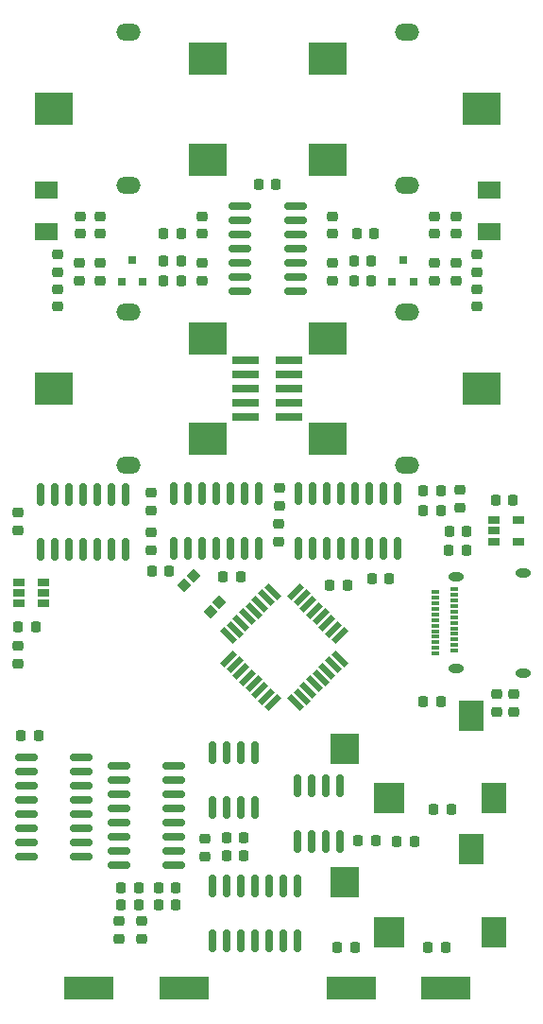
<source format=gbr>
G04 #@! TF.GenerationSoftware,KiCad,Pcbnew,6.0.11-2627ca5db0~126~ubuntu22.04.1*
G04 #@! TF.CreationDate,2023-07-01T13:56:55+02:00*
G04 #@! TF.ProjectId,OpenThereminV41,4f70656e-5468-4657-9265-6d696e563431,rev?*
G04 #@! TF.SameCoordinates,Original*
G04 #@! TF.FileFunction,Paste,Bot*
G04 #@! TF.FilePolarity,Positive*
%FSLAX46Y46*%
G04 Gerber Fmt 4.6, Leading zero omitted, Abs format (unit mm)*
G04 Created by KiCad (PCBNEW 6.0.11-2627ca5db0~126~ubuntu22.04.1) date 2023-07-01 13:56:55*
%MOMM*%
%LPD*%
G01*
G04 APERTURE LIST*
G04 Aperture macros list*
%AMRoundRect*
0 Rectangle with rounded corners*
0 $1 Rounding radius*
0 $2 $3 $4 $5 $6 $7 $8 $9 X,Y pos of 4 corners*
0 Add a 4 corners polygon primitive as box body*
4,1,4,$2,$3,$4,$5,$6,$7,$8,$9,$2,$3,0*
0 Add four circle primitives for the rounded corners*
1,1,$1+$1,$2,$3*
1,1,$1+$1,$4,$5*
1,1,$1+$1,$6,$7*
1,1,$1+$1,$8,$9*
0 Add four rect primitives between the rounded corners*
20,1,$1+$1,$2,$3,$4,$5,0*
20,1,$1+$1,$4,$5,$6,$7,0*
20,1,$1+$1,$6,$7,$8,$9,0*
20,1,$1+$1,$8,$9,$2,$3,0*%
%AMRotRect*
0 Rectangle, with rotation*
0 The origin of the aperture is its center*
0 $1 length*
0 $2 width*
0 $3 Rotation angle, in degrees counterclockwise*
0 Add horizontal line*
21,1,$1,$2,0,0,$3*%
G04 Aperture macros list end*
%ADD10O,2.200000X1.500000*%
%ADD11R,3.500000X3.000000*%
%ADD12R,0.700000X0.300000*%
%ADD13O,1.400000X0.800000*%
%ADD14R,0.800100X0.800100*%
%ADD15RoundRect,0.218750X0.256250X-0.218750X0.256250X0.218750X-0.256250X0.218750X-0.256250X-0.218750X0*%
%ADD16RoundRect,0.218750X-0.256250X0.218750X-0.256250X-0.218750X0.256250X-0.218750X0.256250X0.218750X0*%
%ADD17RoundRect,0.218750X0.218750X0.256250X-0.218750X0.256250X-0.218750X-0.256250X0.218750X-0.256250X0*%
%ADD18RoundRect,0.218750X-0.218750X-0.256250X0.218750X-0.256250X0.218750X0.256250X-0.218750X0.256250X0*%
%ADD19RoundRect,0.150000X0.150000X-0.825000X0.150000X0.825000X-0.150000X0.825000X-0.150000X-0.825000X0*%
%ADD20RoundRect,0.150000X-0.825000X-0.150000X0.825000X-0.150000X0.825000X0.150000X-0.825000X0.150000X0*%
%ADD21RoundRect,0.150000X-0.150000X0.825000X-0.150000X-0.825000X0.150000X-0.825000X0.150000X0.825000X0*%
%ADD22R,1.060000X0.650000*%
%ADD23R,4.500000X2.000000*%
%ADD24RotRect,0.900000X0.850000X135.000000*%
%ADD25RoundRect,0.150000X0.825000X0.150000X-0.825000X0.150000X-0.825000X-0.150000X0.825000X-0.150000X0*%
%ADD26R,2.200000X2.800000*%
%ADD27R,2.800000X2.800000*%
%ADD28R,2.600000X2.800000*%
%ADD29RotRect,1.600000X0.550000X45.000000*%
%ADD30RotRect,1.600000X0.550000X315.000000*%
%ADD31R,2.000000X1.500000*%
%ADD32R,2.400000X0.740000*%
G04 APERTURE END LIST*
D10*
X112500000Y-107600000D03*
X112500000Y-93900000D03*
D11*
X105350000Y-96250000D03*
X119150000Y-100750000D03*
X105350000Y-105250000D03*
D10*
X112500000Y-82600000D03*
X112500000Y-68900000D03*
D11*
X105350000Y-71250000D03*
X119150000Y-75750000D03*
X105350000Y-80250000D03*
D12*
X115030000Y-119000000D03*
X115030000Y-119500000D03*
X115030000Y-120000000D03*
X115030000Y-120500000D03*
X115030000Y-121000000D03*
X115030000Y-121500000D03*
X115030000Y-122000000D03*
X115030000Y-122500000D03*
X115030000Y-123000000D03*
X115030000Y-123500000D03*
X115030000Y-124000000D03*
X115030000Y-124500000D03*
X116730000Y-124250000D03*
X116730000Y-123750000D03*
X116730000Y-123250000D03*
X116730000Y-122750000D03*
X116730000Y-122250000D03*
X116730000Y-121750000D03*
X116730000Y-121250000D03*
X116730000Y-120750000D03*
X116730000Y-120250000D03*
X116730000Y-119750000D03*
X116730000Y-119250000D03*
X116730000Y-118750000D03*
D13*
X122890000Y-126240000D03*
X122890000Y-117260000D03*
X116940000Y-117620000D03*
X116940000Y-125880000D03*
D14*
X88824000Y-91237000D03*
X86924000Y-91237000D03*
X87874000Y-89238020D03*
D15*
X85014000Y-86919000D03*
X85014000Y-85344000D03*
X83236000Y-86919000D03*
X83236000Y-85344000D03*
D16*
X81204000Y-88773000D03*
X81204000Y-90348000D03*
X83109000Y-89535000D03*
X83109000Y-91110000D03*
D15*
X88697000Y-150063500D03*
X88697000Y-148488500D03*
D16*
X94348500Y-141122500D03*
X94348500Y-142697500D03*
X77648000Y-111912500D03*
X77648000Y-113487500D03*
X101079500Y-109690000D03*
X101079500Y-111265000D03*
D17*
X100762000Y-82474000D03*
X99187000Y-82474000D03*
X109550500Y-86919000D03*
X107975500Y-86919000D03*
X109296500Y-91110000D03*
X107721500Y-91110000D03*
D16*
X94158000Y-85344000D03*
X94158000Y-86919000D03*
D17*
X92253000Y-89332000D03*
X90678000Y-89332000D03*
D18*
X90678000Y-91110000D03*
X92253000Y-91110000D03*
D17*
X91770500Y-146990000D03*
X90195500Y-146990000D03*
D18*
X108142500Y-141290000D03*
X109717500Y-141290000D03*
D14*
X113076000Y-91250760D03*
X111176000Y-91250760D03*
X112126000Y-89251780D03*
D18*
X90678000Y-86919000D03*
X92253000Y-86919000D03*
D16*
X118796000Y-88773000D03*
X118796000Y-90348000D03*
D15*
X114986000Y-86919000D03*
X114986000Y-85344000D03*
D16*
X116891000Y-89560500D03*
X116891000Y-91135500D03*
D15*
X114986000Y-91135500D03*
X114986000Y-89560500D03*
X116891000Y-86919000D03*
X116891000Y-85344000D03*
D19*
X111684000Y-115110000D03*
X110414000Y-115110000D03*
X109144000Y-115110000D03*
X107874000Y-115110000D03*
X106604000Y-115110000D03*
X105334000Y-115110000D03*
X104064000Y-115110000D03*
X102794000Y-115110000D03*
X102794000Y-110160000D03*
X104064000Y-110160000D03*
X105334000Y-110160000D03*
X106604000Y-110160000D03*
X107874000Y-110160000D03*
X109144000Y-110160000D03*
X110414000Y-110160000D03*
X111684000Y-110160000D03*
D18*
X105562500Y-118415000D03*
X107137500Y-118415000D03*
D20*
X97525000Y-92060000D03*
X97525000Y-90790000D03*
X97525000Y-89520000D03*
X97525000Y-88250000D03*
X97525000Y-86980000D03*
X97525000Y-85710000D03*
X97525000Y-84440000D03*
X102475000Y-84440000D03*
X102475000Y-85710000D03*
X102475000Y-86980000D03*
X102475000Y-88250000D03*
X102475000Y-89520000D03*
X102475000Y-90790000D03*
X102475000Y-92060000D03*
D21*
X95047000Y-133339000D03*
X96317000Y-133339000D03*
X97587000Y-133339000D03*
X98857000Y-133339000D03*
X98857000Y-138289000D03*
X97587000Y-138289000D03*
X96317000Y-138289000D03*
X95047000Y-138289000D03*
D15*
X117272000Y-111455500D03*
X117272000Y-109880500D03*
D18*
X113944500Y-111684000D03*
X115519500Y-111684000D03*
X113944500Y-109906000D03*
X115519500Y-109906000D03*
X113960000Y-128830000D03*
X115535000Y-128830000D03*
D19*
X87300000Y-115175000D03*
X86030000Y-115175000D03*
X84760000Y-115175000D03*
X83490000Y-115175000D03*
X82220000Y-115175000D03*
X80950000Y-115175000D03*
X79680000Y-115175000D03*
X79680000Y-110225000D03*
X80950000Y-110225000D03*
X82220000Y-110225000D03*
X83490000Y-110225000D03*
X84760000Y-110225000D03*
X86030000Y-110225000D03*
X87300000Y-110225000D03*
D15*
X77648000Y-125425500D03*
X77648000Y-123850500D03*
D22*
X79934000Y-118100000D03*
X79934000Y-119050000D03*
X79934000Y-120000000D03*
X77734000Y-120000000D03*
X77734000Y-119050000D03*
X77734000Y-118100000D03*
D23*
X84007000Y-154491000D03*
X92507000Y-154491000D03*
D15*
X89586000Y-111709500D03*
X89586000Y-110134500D03*
D24*
X95673313Y-119910140D03*
X94860140Y-120723313D03*
X92526687Y-118389860D03*
X93339860Y-117576687D03*
D22*
X120320000Y-114470000D03*
X120320000Y-113520000D03*
X120320000Y-112570000D03*
X122520000Y-112570000D03*
X122520000Y-114470000D03*
D18*
X109347100Y-117830800D03*
X110922100Y-117830800D03*
D16*
X89586000Y-113690500D03*
X89586000Y-115265500D03*
D17*
X115964000Y-150808000D03*
X114389000Y-150808000D03*
D15*
X86665000Y-150038000D03*
X86665000Y-148463000D03*
D25*
X83298000Y-133782000D03*
X83298000Y-135052000D03*
X83298000Y-136322000D03*
X83298000Y-137592000D03*
X83298000Y-138862000D03*
X83298000Y-140132000D03*
X83298000Y-141402000D03*
X83298000Y-142672000D03*
X78348000Y-142672000D03*
X78348000Y-141402000D03*
X78348000Y-140132000D03*
X78348000Y-138862000D03*
X78348000Y-137592000D03*
X78348000Y-136322000D03*
X78348000Y-135052000D03*
X78348000Y-133782000D03*
D18*
X77876500Y-131877000D03*
X79451500Y-131877000D03*
D17*
X97866500Y-141021000D03*
X96291500Y-141021000D03*
X97866500Y-142608500D03*
X96291500Y-142608500D03*
X91199000Y-117145000D03*
X89624000Y-117145000D03*
D18*
X95999500Y-117653000D03*
X97574500Y-117653000D03*
X107721500Y-89332000D03*
X109296500Y-89332000D03*
D16*
X94158000Y-89535000D03*
X94158000Y-91110000D03*
D15*
X85014000Y-91110000D03*
X85014000Y-89535000D03*
D16*
X118796000Y-91872000D03*
X118796000Y-93447000D03*
D17*
X121996400Y-110744200D03*
X120421400Y-110744200D03*
D16*
X105842000Y-85344000D03*
X105842000Y-86919000D03*
X105842000Y-89512500D03*
X105842000Y-91087500D03*
X81204000Y-91872000D03*
X81204000Y-93447000D03*
D21*
X95047000Y-145277000D03*
X96317000Y-145277000D03*
X97587000Y-145277000D03*
X98857000Y-145277000D03*
X100127000Y-145277000D03*
X101397000Y-145277000D03*
X102667000Y-145277000D03*
X102667000Y-150227000D03*
X101397000Y-150227000D03*
X100127000Y-150227000D03*
X98857000Y-150227000D03*
X97587000Y-150227000D03*
X96317000Y-150227000D03*
X95047000Y-150227000D03*
D16*
X122103500Y-128166000D03*
X122103500Y-129741000D03*
D26*
X120300000Y-149450000D03*
X118300000Y-142050000D03*
D27*
X110900000Y-149450000D03*
D28*
X106900000Y-145000000D03*
D17*
X79197500Y-122098000D03*
X77622500Y-122098000D03*
D19*
X99238000Y-115110000D03*
X97968000Y-115110000D03*
X96698000Y-115110000D03*
X95428000Y-115110000D03*
X94158000Y-115110000D03*
X92888000Y-115110000D03*
X91618000Y-115110000D03*
X91618000Y-110160000D03*
X92888000Y-110160000D03*
X94158000Y-110160000D03*
X95428000Y-110160000D03*
X96698000Y-110160000D03*
X97968000Y-110160000D03*
X99238000Y-110160000D03*
D21*
X102642000Y-136380500D03*
X103912000Y-136380500D03*
X105182000Y-136380500D03*
X106452000Y-136380500D03*
X106452000Y-141330500D03*
X105182000Y-141330500D03*
X103912000Y-141330500D03*
X102642000Y-141330500D03*
D26*
X120300000Y-137450000D03*
X118300000Y-130050000D03*
D27*
X110900000Y-137450000D03*
D28*
X106900000Y-133000000D03*
D23*
X107493000Y-154491000D03*
X115993000Y-154491000D03*
D25*
X91618000Y-134544000D03*
X91618000Y-135814000D03*
X91618000Y-137084000D03*
X91618000Y-138354000D03*
X91618000Y-139624000D03*
X91618000Y-140894000D03*
X91618000Y-142164000D03*
X91618000Y-143434000D03*
X86668000Y-143434000D03*
X86668000Y-142164000D03*
X86668000Y-140894000D03*
X86668000Y-139624000D03*
X86668000Y-138354000D03*
X86668000Y-137084000D03*
X86668000Y-135814000D03*
X86668000Y-134544000D03*
D17*
X107836000Y-150808000D03*
X106261000Y-150808000D03*
D15*
X101016000Y-114503500D03*
X101016000Y-112928500D03*
D18*
X111612500Y-141310000D03*
X113187500Y-141310000D03*
D16*
X120579500Y-128166000D03*
X120579500Y-129741000D03*
D29*
X100468734Y-128925856D03*
X99903049Y-128360170D03*
X99337363Y-127794485D03*
X98771678Y-127228800D03*
X98205992Y-126663114D03*
X97640307Y-126097429D03*
X97074622Y-125531743D03*
X96508936Y-124966058D03*
D30*
X96508936Y-122915448D03*
X97074622Y-122349763D03*
X97640307Y-121784077D03*
X98205992Y-121218392D03*
X98771678Y-120652706D03*
X99337363Y-120087021D03*
X99903049Y-119521336D03*
X100468734Y-118955650D03*
D29*
X102519344Y-118955650D03*
X103085029Y-119521336D03*
X103650715Y-120087021D03*
X104216400Y-120652706D03*
X104782086Y-121218392D03*
X105347771Y-121784077D03*
X105913456Y-122349763D03*
X106479142Y-122915448D03*
D30*
X106479142Y-124966058D03*
X105913456Y-125531743D03*
X105347771Y-126097429D03*
X104782086Y-126663114D03*
X104216400Y-127228800D03*
X103650715Y-127794485D03*
X103085029Y-128360170D03*
X102519344Y-128925856D03*
D10*
X87500000Y-82600000D03*
X87500000Y-68900000D03*
D11*
X94650000Y-80250000D03*
X80850000Y-75750000D03*
X94650000Y-71250000D03*
D18*
X86882500Y-145490000D03*
X88457500Y-145490000D03*
D17*
X88457500Y-146980000D03*
X86882500Y-146980000D03*
D18*
X90195500Y-145466000D03*
X91770500Y-145466000D03*
D31*
X80140000Y-83020000D03*
X80140000Y-86720000D03*
X119860000Y-83020000D03*
X119860000Y-86720000D03*
D10*
X87500000Y-107600000D03*
X87500000Y-93900000D03*
D11*
X94650000Y-105250000D03*
X80850000Y-100750000D03*
X94650000Y-96250000D03*
D18*
X114897000Y-138488500D03*
X116472000Y-138488500D03*
X116255800Y-115240000D03*
X117830800Y-115240000D03*
X116295000Y-113530000D03*
X117870000Y-113530000D03*
D32*
X101950000Y-98210000D03*
X98050000Y-98210000D03*
X101950000Y-99480000D03*
X98050000Y-99480000D03*
X101950000Y-100750000D03*
X98050000Y-100750000D03*
X101950000Y-102020000D03*
X98050000Y-102020000D03*
X101950000Y-103290000D03*
X98050000Y-103290000D03*
M02*

</source>
